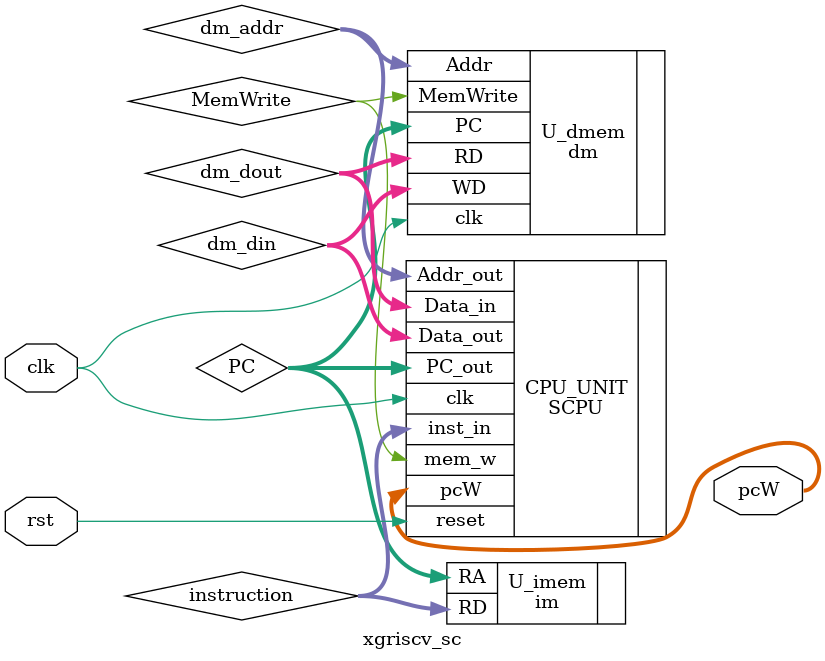
<source format=v>
module xgriscv_sc(clk, rst, pcW);

    input         clk, rst;
    output [31:0] pcW;
   
    wire [31:0] instruction;
    wire [31:0] PC;
    wire        MemWrite;
    wire [31:0] dm_addr, dm_din, dm_dout;

    SCPU CPU_UNIT(
        .clk(clk), .reset(rst), .inst_in(instruction), .Data_in(dm_dout), .mem_w(MemWrite),
        .PC_out(PC), .Addr_out(dm_addr), .Data_out(dm_din), .pcW(pcW)
    );

    im U_imem(.RA(PC), .RD(instruction));
    dm U_dmem(.clk(clk), .MemWrite(MemWrite), .Addr(dm_addr), .WD(dm_din), .RD(dm_dout), .PC(PC));

endmodule

</source>
